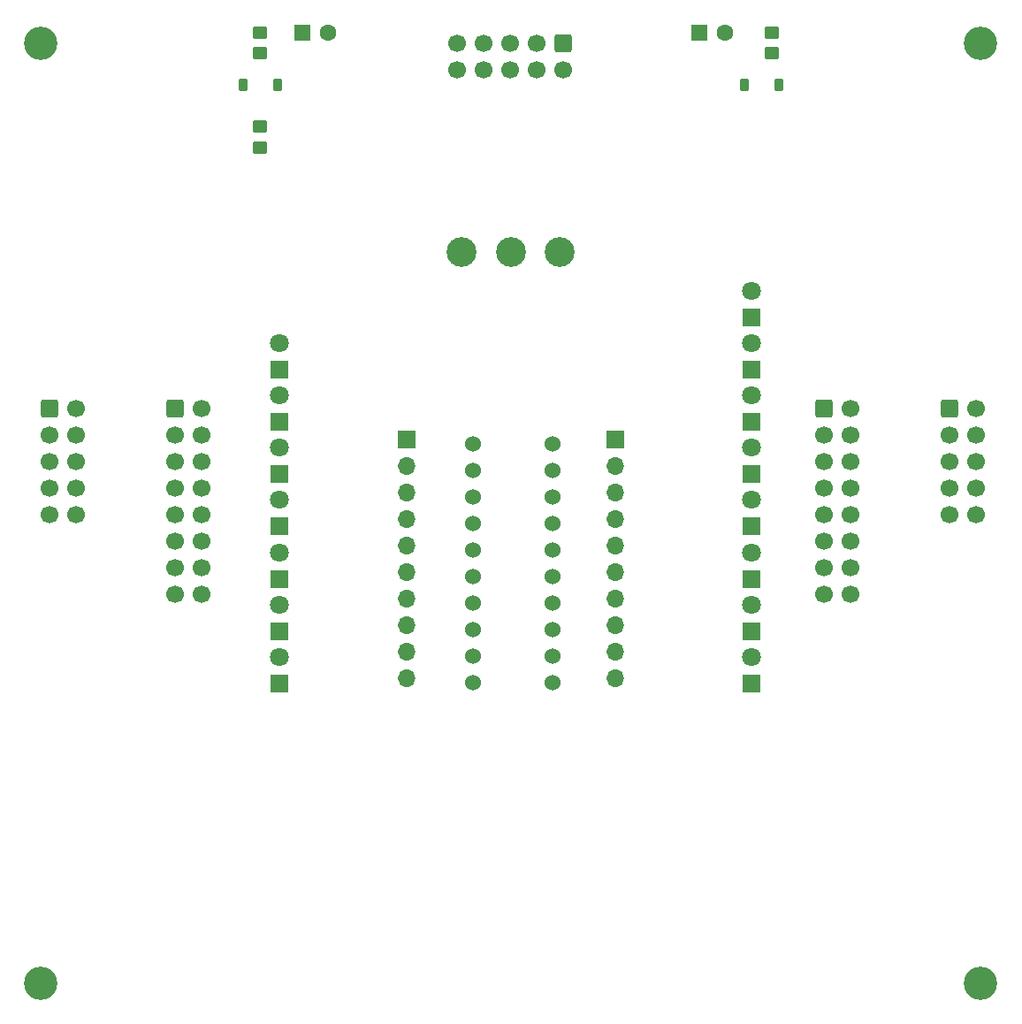
<source format=gts>
G04 #@! TF.GenerationSoftware,KiCad,Pcbnew,8.0.5*
G04 #@! TF.CreationDate,2024-11-03T16:46:15+01:00*
G04 #@! TF.ProjectId,cable-tester,6361626c-652d-4746-9573-7465722e6b69,rev?*
G04 #@! TF.SameCoordinates,Original*
G04 #@! TF.FileFunction,Soldermask,Top*
G04 #@! TF.FilePolarity,Negative*
%FSLAX46Y46*%
G04 Gerber Fmt 4.6, Leading zero omitted, Abs format (unit mm)*
G04 Created by KiCad (PCBNEW 8.0.5) date 2024-11-03 16:46:15*
%MOMM*%
%LPD*%
G01*
G04 APERTURE LIST*
G04 Aperture macros list*
%AMRoundRect*
0 Rectangle with rounded corners*
0 $1 Rounding radius*
0 $2 $3 $4 $5 $6 $7 $8 $9 X,Y pos of 4 corners*
0 Add a 4 corners polygon primitive as box body*
4,1,4,$2,$3,$4,$5,$6,$7,$8,$9,$2,$3,0*
0 Add four circle primitives for the rounded corners*
1,1,$1+$1,$2,$3*
1,1,$1+$1,$4,$5*
1,1,$1+$1,$6,$7*
1,1,$1+$1,$8,$9*
0 Add four rect primitives between the rounded corners*
20,1,$1+$1,$2,$3,$4,$5,0*
20,1,$1+$1,$4,$5,$6,$7,0*
20,1,$1+$1,$6,$7,$8,$9,0*
20,1,$1+$1,$8,$9,$2,$3,0*%
G04 Aperture macros list end*
%ADD10C,2.850000*%
%ADD11R,1.600000X1.600000*%
%ADD12C,1.600000*%
%ADD13R,1.800000X1.800000*%
%ADD14C,1.800000*%
%ADD15C,1.700000*%
%ADD16RoundRect,0.250000X-0.600000X-0.600000X0.600000X-0.600000X0.600000X0.600000X-0.600000X0.600000X0*%
%ADD17RoundRect,0.250000X0.450000X-0.350000X0.450000X0.350000X-0.450000X0.350000X-0.450000X-0.350000X0*%
%ADD18RoundRect,0.225000X-0.225000X-0.375000X0.225000X-0.375000X0.225000X0.375000X-0.225000X0.375000X0*%
%ADD19C,3.200000*%
%ADD20RoundRect,0.250000X-0.600000X0.600000X-0.600000X-0.600000X0.600000X-0.600000X0.600000X0.600000X0*%
%ADD21C,1.524000*%
%ADD22RoundRect,0.250000X-0.450000X0.350000X-0.450000X-0.350000X0.450000X-0.350000X0.450000X0.350000X0*%
%ADD23O,1.700000X1.700000*%
%ADD24R,1.700000X1.700000*%
G04 APERTURE END LIST*
D10*
X104700000Y-75000000D03*
X100000000Y-75000000D03*
X95300000Y-75000000D03*
D11*
X118000000Y-54000000D03*
D12*
X120500000Y-54000000D03*
D11*
X80000000Y-54000000D03*
D12*
X82500000Y-54000000D03*
D13*
X123000000Y-101310000D03*
D14*
X123000000Y-98770000D03*
D15*
X58340000Y-100160000D03*
X55800000Y-100160000D03*
X58340000Y-97620000D03*
X55800000Y-97620000D03*
X58340000Y-95080000D03*
X55800000Y-95080000D03*
X58340000Y-92540000D03*
X55800000Y-92540000D03*
X58340000Y-90000000D03*
D16*
X55800000Y-90000000D03*
D13*
X77800000Y-86310000D03*
D14*
X77800000Y-83770000D03*
D13*
X123000000Y-96310000D03*
D14*
X123000000Y-93770000D03*
D13*
X77800000Y-96310000D03*
D14*
X77800000Y-93770000D03*
D17*
X125000000Y-56000000D03*
X125000000Y-54000000D03*
D13*
X123000000Y-116310000D03*
D14*
X123000000Y-113770000D03*
D18*
X122350000Y-59000000D03*
X125650000Y-59000000D03*
D19*
X145000000Y-145000000D03*
D20*
X105000000Y-55000000D03*
D15*
X105000000Y-57540000D03*
X102460000Y-55000000D03*
X102460000Y-57540000D03*
X99920000Y-55000000D03*
X99920000Y-57540000D03*
X97380000Y-55000000D03*
X97380000Y-57540000D03*
X94840000Y-55000000D03*
X94840000Y-57540000D03*
D13*
X123000000Y-91310000D03*
D14*
X123000000Y-88770000D03*
D13*
X77800000Y-101310000D03*
D14*
X77800000Y-98770000D03*
D19*
X55000000Y-145000000D03*
D13*
X77800000Y-116310000D03*
D14*
X77800000Y-113770000D03*
D21*
X96380000Y-116240000D03*
X96380000Y-113700000D03*
X96380000Y-111160000D03*
X96380000Y-108620000D03*
X96380000Y-106080000D03*
X96380000Y-103540000D03*
X96380000Y-101000000D03*
X96380000Y-98460000D03*
X96380000Y-95920000D03*
X96380000Y-93380000D03*
X104000000Y-116240000D03*
X104000000Y-113700000D03*
X104000000Y-111160000D03*
X104000000Y-108620000D03*
X104000000Y-106080000D03*
X104000000Y-103540000D03*
X104000000Y-101000000D03*
X104000000Y-98460000D03*
X104000000Y-95920000D03*
X104000000Y-93380000D03*
D17*
X76000000Y-56000000D03*
X76000000Y-54000000D03*
D13*
X123000000Y-111310000D03*
D14*
X123000000Y-108770000D03*
D19*
X145000000Y-55000000D03*
D14*
X77800000Y-108770000D03*
D13*
X77800000Y-111310000D03*
D16*
X142000000Y-90000000D03*
D15*
X144540000Y-90000000D03*
X142000000Y-92540000D03*
X144540000Y-92540000D03*
X142000000Y-95080000D03*
X144540000Y-95080000D03*
X142000000Y-97620000D03*
X144540000Y-97620000D03*
X142000000Y-100160000D03*
X144540000Y-100160000D03*
D19*
X55000000Y-55000000D03*
D13*
X123000000Y-86310000D03*
D14*
X123000000Y-83770000D03*
D18*
X74350000Y-59000000D03*
X77650000Y-59000000D03*
D13*
X77800000Y-106310000D03*
D14*
X77800000Y-103770000D03*
D15*
X70340000Y-107780000D03*
X67800000Y-107780000D03*
X70340000Y-105240000D03*
X67800000Y-105240000D03*
X70340000Y-102700000D03*
X67800000Y-102700000D03*
X70340000Y-100160000D03*
X67800000Y-100160000D03*
X70340000Y-97620000D03*
X67800000Y-97620000D03*
X70340000Y-95080000D03*
X67800000Y-95080000D03*
X70340000Y-92540000D03*
X67800000Y-92540000D03*
X70340000Y-90000000D03*
D16*
X67800000Y-90000000D03*
D13*
X123000000Y-106310000D03*
D14*
X123000000Y-103770000D03*
D22*
X76000000Y-63000000D03*
X76000000Y-65000000D03*
D16*
X130000000Y-90000000D03*
D15*
X132540000Y-90000000D03*
X130000000Y-92540000D03*
X132540000Y-92540000D03*
X130000000Y-95080000D03*
X132540000Y-95080000D03*
X130000000Y-97620000D03*
X132540000Y-97620000D03*
X130000000Y-100160000D03*
X132540000Y-100160000D03*
X130000000Y-102700000D03*
X132540000Y-102700000D03*
X130000000Y-105240000D03*
X132540000Y-105240000D03*
X130000000Y-107780000D03*
X132540000Y-107780000D03*
D23*
X90000000Y-115860000D03*
X90000000Y-113320000D03*
X90000000Y-110780000D03*
X90000000Y-108240000D03*
X90000000Y-105700000D03*
X90000000Y-103160000D03*
X90000000Y-100620000D03*
X90000000Y-98080000D03*
X90000000Y-95540000D03*
D24*
X90000000Y-93000000D03*
D13*
X77800000Y-91310000D03*
D14*
X77800000Y-88770000D03*
D23*
X110000000Y-115860000D03*
X110000000Y-113320000D03*
X110000000Y-110780000D03*
X110000000Y-108240000D03*
X110000000Y-105700000D03*
X110000000Y-103160000D03*
X110000000Y-100620000D03*
X110000000Y-98080000D03*
X110000000Y-95540000D03*
D24*
X110000000Y-93000000D03*
D14*
X123000000Y-78770000D03*
D13*
X123000000Y-81310000D03*
M02*

</source>
